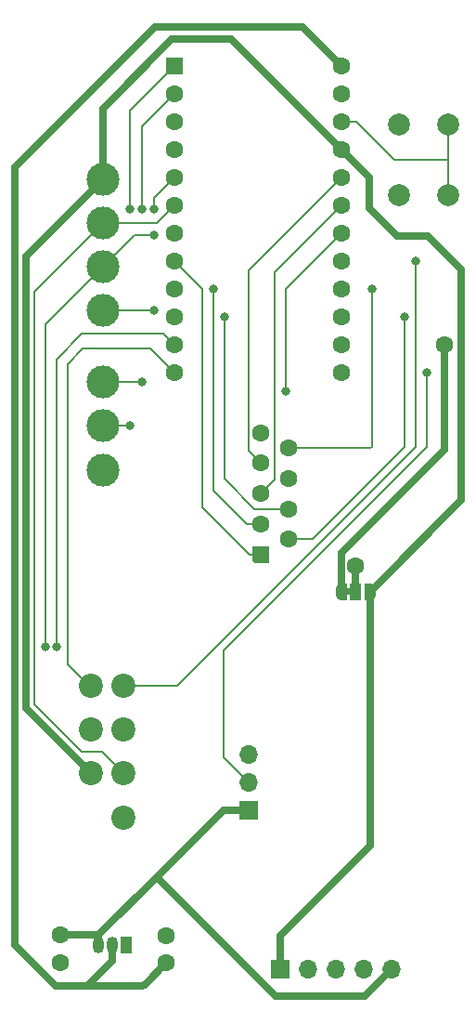
<source format=gbr>
%TF.GenerationSoftware,KiCad,Pcbnew,(7.0.0-0)*%
%TF.CreationDate,2023-05-15T11:59:49-04:00*%
%TF.ProjectId,4dapter,34646170-7465-4722-9e6b-696361645f70,rev?*%
%TF.SameCoordinates,Original*%
%TF.FileFunction,Copper,L1,Top*%
%TF.FilePolarity,Positive*%
%FSLAX46Y46*%
G04 Gerber Fmt 4.6, Leading zero omitted, Abs format (unit mm)*
G04 Created by KiCad (PCBNEW (7.0.0-0)) date 2023-05-15 11:59:49*
%MOMM*%
%LPD*%
G01*
G04 APERTURE LIST*
G04 Aperture macros list*
%AMOutline5P*
0 Free polygon, 5 corners , with rotation*
0 The origin of the aperture is its center*
0 number of corners: always 5*
0 $1 to $10 corner X, Y*
0 $11 Rotation angle, in degrees counterclockwise*
0 create outline with 5 corners*
4,1,5,$1,$2,$3,$4,$5,$6,$7,$8,$9,$10,$1,$2,$11*%
%AMOutline6P*
0 Free polygon, 6 corners , with rotation*
0 The origin of the aperture is its center*
0 number of corners: always 6*
0 $1 to $12 corner X, Y*
0 $13 Rotation angle, in degrees counterclockwise*
0 create outline with 6 corners*
4,1,6,$1,$2,$3,$4,$5,$6,$7,$8,$9,$10,$11,$12,$1,$2,$13*%
%AMOutline7P*
0 Free polygon, 7 corners , with rotation*
0 The origin of the aperture is its center*
0 number of corners: always 7*
0 $1 to $14 corner X, Y*
0 $15 Rotation angle, in degrees counterclockwise*
0 create outline with 7 corners*
4,1,7,$1,$2,$3,$4,$5,$6,$7,$8,$9,$10,$11,$12,$13,$14,$1,$2,$15*%
%AMOutline8P*
0 Free polygon, 8 corners , with rotation*
0 The origin of the aperture is its center*
0 number of corners: always 8*
0 $1 to $16 corner X, Y*
0 $17 Rotation angle, in degrees counterclockwise*
0 create outline with 8 corners*
4,1,8,$1,$2,$3,$4,$5,$6,$7,$8,$9,$10,$11,$12,$13,$14,$15,$16,$1,$2,$17*%
%AMFreePoly0*
4,1,19,0.550000,-0.750000,0.000000,-0.750000,0.000000,-0.744911,-0.071157,-0.744911,-0.207708,-0.704816,-0.327430,-0.627875,-0.420627,-0.520320,-0.479746,-0.390866,-0.500000,-0.250000,-0.500000,0.250000,-0.479746,0.390866,-0.420627,0.520320,-0.327430,0.627875,-0.207708,0.704816,-0.071157,0.744911,0.000000,0.744911,0.000000,0.750000,0.550000,0.750000,0.550000,-0.750000,0.550000,-0.750000,
$1*%
%AMFreePoly1*
4,1,19,0.000000,0.744911,0.071157,0.744911,0.207708,0.704816,0.327430,0.627875,0.420627,0.520320,0.479746,0.390866,0.500000,0.250000,0.500000,-0.250000,0.479746,-0.390866,0.420627,-0.520320,0.327430,-0.627875,0.207708,-0.704816,0.071157,-0.744911,0.000000,-0.744911,0.000000,-0.750000,-0.550000,-0.750000,-0.550000,0.750000,0.000000,0.750000,0.000000,0.744911,0.000000,0.744911,
$1*%
G04 Aperture macros list end*
%TA.AperFunction,ComponentPad*%
%ADD10R,1.600000X1.600000*%
%TD*%
%TA.AperFunction,ComponentPad*%
%ADD11C,1.600000*%
%TD*%
%TA.AperFunction,ComponentPad*%
%ADD12C,2.200000*%
%TD*%
%TA.AperFunction,ComponentPad*%
%ADD13C,2.000000*%
%TD*%
%TA.AperFunction,SMDPad,CuDef*%
%ADD14FreePoly0,0.000000*%
%TD*%
%TA.AperFunction,SMDPad,CuDef*%
%ADD15R,1.000000X1.500000*%
%TD*%
%TA.AperFunction,SMDPad,CuDef*%
%ADD16FreePoly1,0.000000*%
%TD*%
%TA.AperFunction,ComponentPad*%
%ADD17R,1.700000X1.700000*%
%TD*%
%TA.AperFunction,ComponentPad*%
%ADD18O,1.700000X1.700000*%
%TD*%
%TA.AperFunction,ComponentPad*%
%ADD19C,3.000000*%
%TD*%
%TA.AperFunction,ComponentPad*%
%ADD20R,1.050000X1.500000*%
%TD*%
%TA.AperFunction,ComponentPad*%
%ADD21O,1.050000X1.500000*%
%TD*%
%TA.AperFunction,ComponentPad*%
%ADD22Outline5P,-0.800000X0.480000X-0.480000X0.800000X0.800000X0.800000X0.800000X-0.800000X-0.800000X-0.800000X90.000000*%
%TD*%
%TA.AperFunction,ViaPad*%
%ADD23C,0.800000*%
%TD*%
%TA.AperFunction,ViaPad*%
%ADD24C,1.600000*%
%TD*%
%TA.AperFunction,Conductor*%
%ADD25C,0.200000*%
%TD*%
%TA.AperFunction,Conductor*%
%ADD26C,0.635000*%
%TD*%
G04 APERTURE END LIST*
%TO.C,JP1*%
G36*
X137847600Y-102601800D02*
G01*
X137347600Y-102601800D01*
X137347600Y-102001800D01*
X137847600Y-102001800D01*
X137847600Y-102601800D01*
G37*
%TD*%
D10*
%TO.P,U1,1,TX*%
%TO.N,Net-(U1-TX)*%
X121691399Y-54381399D03*
D11*
%TO.P,U1,2,RX*%
%TO.N,Net-(U1-RX)*%
X121691400Y-56921400D03*
%TO.P,U1,3,GND*%
%TO.N,GND*%
X121691400Y-59461400D03*
%TO.P,U1,4,GND*%
X121691400Y-62001400D03*
%TO.P,U1,5,SDA(2)*%
%TO.N,Net-(J1-LATCH)*%
X121691400Y-64541400D03*
%TO.P,U1,6,SCL(3)*%
%TO.N,Net-(J1-CLK)*%
X121691400Y-67081400D03*
%TO.P,U1,7,D4(4)*%
%TO.N,Net-(J4-Pin_2)*%
X121691400Y-69621400D03*
%TO.P,U1,8,C6(5)*%
%TO.N,Net-(U1-C6(5))*%
X121691400Y-72161400D03*
%TO.P,U1,9,D7(6)*%
%TO.N,Net-(U1-D7(6))*%
X121691400Y-74701400D03*
%TO.P,U1,10,E6(7)*%
%TO.N,Net-(U1-E6(7))*%
X121691400Y-77241400D03*
%TO.P,U1,11,B4(8)*%
%TO.N,Net-(J1-DATA3)*%
X121691400Y-79781400D03*
%TO.P,U1,12,B5(9)*%
%TO.N,Net-(J1-DATA4)*%
X121691400Y-82321400D03*
%TO.P,U1,13,(10)B6*%
%TO.N,Net-(U1-(10)B6)*%
X136931400Y-82321400D03*
%TO.P,U1,14,(16)B2*%
%TO.N,Net-(JP1-A)*%
X136931400Y-79781400D03*
%TO.P,U1,15,(14)B3*%
%TO.N,Net-(U1-(14)B3)*%
X136931400Y-77241400D03*
%TO.P,U1,16,(15)B1*%
%TO.N,Net-(U1-(15)B1)*%
X136931400Y-74701400D03*
%TO.P,U1,17,(A0)F7*%
%TO.N,Net-(J1-DATA)*%
X136931400Y-72161400D03*
%TO.P,U1,18,(A1)F6*%
%TO.N,Net-(U1-(A1)F6)*%
X136931400Y-69621400D03*
%TO.P,U1,19,(A2)F5*%
%TO.N,Net-(U1-(A2)F5)*%
X136931400Y-67081400D03*
%TO.P,U1,20,(A3)F4*%
%TO.N,Net-(U1-(A3)F4)*%
X136931400Y-64541400D03*
%TO.P,U1,21,VCC*%
%TO.N,Net-(J1-VCC)*%
X136931400Y-62001400D03*
%TO.P,U1,22,RST*%
%TO.N,Net-(U1-RST)*%
X136931400Y-59461400D03*
%TO.P,U1,23,GND*%
%TO.N,GND*%
X136931400Y-56921400D03*
%TO.P,U1,24,RAW*%
%TO.N,Net-(U1-RAW)*%
X136931400Y-54381400D03*
%TD*%
D12*
%TO.P,J1,1,GND*%
%TO.N,GND*%
X117043200Y-122845600D03*
%TO.P,J1,2,CLK*%
%TO.N,Net-(J1-CLK)*%
X117043200Y-118845600D03*
%TO.P,J1,3,LATCH*%
%TO.N,Net-(J1-LATCH)*%
X117043200Y-114845600D03*
%TO.P,J1,4,DATA*%
%TO.N,Net-(J1-DATA)*%
X117043200Y-110845600D03*
%TO.P,J1,5,DATA4*%
%TO.N,Net-(J1-DATA4)*%
X114043200Y-110845600D03*
%TO.P,J1,6,DATA3*%
%TO.N,Net-(J1-DATA3)*%
X114043200Y-114845600D03*
%TO.P,J1,7,VCC*%
%TO.N,Net-(J1-VCC)*%
X114043200Y-118845600D03*
%TD*%
D13*
%TO.P,RESET,1,1*%
%TO.N,GND*%
X142159600Y-66192400D03*
X142159600Y-59692400D03*
%TO.P,RESET,2,2*%
%TO.N,Net-(U1-RST)*%
X146659600Y-66192400D03*
X146659600Y-59692400D03*
%TD*%
D11*
%TO.P,C2,1*%
%TO.N,Net-(J4-Pin_5)*%
X111277400Y-133559400D03*
%TO.P,C2,2*%
%TO.N,GND*%
X111277400Y-136059400D03*
%TD*%
D14*
%TO.P,JP1,1,A*%
%TO.N,Net-(JP1-A)*%
X136947600Y-102301800D03*
D15*
%TO.P,JP1,2,C*%
%TO.N,Net-(JP1-C)*%
X138247599Y-102301799D03*
D16*
%TO.P,JP1,3,B*%
%TO.N,Net-(J1-VCC)*%
X139547600Y-102301800D03*
%TD*%
D17*
%TO.P,U3,1,3V3*%
%TO.N,Net-(J4-Pin_5)*%
X128469399Y-122173999D03*
D18*
%TO.P,U3,2,DATA*%
%TO.N,Net-(U1-(10)B6)*%
X128469399Y-119633999D03*
%TO.P,U3,3,GND*%
%TO.N,GND*%
X128469399Y-117093999D03*
%TD*%
D11*
%TO.P,C1,1*%
%TO.N,Net-(U1-RAW)*%
X120980200Y-136129400D03*
%TO.P,C1,2*%
%TO.N,GND*%
X120980200Y-133629400D03*
%TD*%
D19*
%TO.P,U4,1,VCC*%
%TO.N,Net-(J1-VCC)*%
X115156200Y-64694400D03*
%TO.P,U4,2,CLOCK*%
%TO.N,Net-(J1-CLK)*%
X115156200Y-68694400D03*
%TO.P,U4,3,LATCH*%
%TO.N,Net-(J1-LATCH)*%
X115156200Y-72694400D03*
%TO.P,U4,4,DATA*%
%TO.N,Net-(U1-(A1)F6)*%
X115156200Y-76694400D03*
%TO.P,U4,5,DATA2*%
%TO.N,Net-(U1-RX)*%
X115156200Y-83194400D03*
%TO.P,U4,6,DATA3*%
%TO.N,Net-(U1-TX)*%
X115156200Y-87194400D03*
%TO.P,U4,7,GND*%
%TO.N,GND*%
X115156200Y-91194400D03*
%TD*%
D20*
%TO.P,U2,1,GND*%
%TO.N,GND*%
X117317199Y-134519399D03*
D21*
%TO.P,U2,2,VI*%
%TO.N,Net-(U1-RAW)*%
X116047199Y-134519399D03*
%TO.P,U2,3,VO*%
%TO.N,Net-(J4-Pin_5)*%
X114777199Y-134519399D03*
%TD*%
D22*
%TO.P,J3,1,1*%
%TO.N,Net-(U1-C6(5))*%
X129547199Y-98892699D03*
D11*
%TO.P,J3,2,2*%
%TO.N,Net-(U1-D7(6))*%
X129547200Y-96122700D03*
%TO.P,J3,3,3*%
%TO.N,Net-(U1-(A2)F5)*%
X129547200Y-93352700D03*
%TO.P,J3,4,4*%
%TO.N,Net-(U1-(A3)F4)*%
X129547200Y-90582700D03*
%TO.P,J3,5,5*%
%TO.N,Net-(JP1-C)*%
X129547200Y-87812700D03*
%TO.P,J3,6,6*%
%TO.N,Net-(U1-(14)B3)*%
X132087200Y-97507700D03*
%TO.P,J3,7,7*%
%TO.N,Net-(U1-E6(7))*%
X132087200Y-94737700D03*
%TO.P,J3,8,8*%
%TO.N,GND*%
X132087200Y-91967700D03*
%TO.P,J3,9,9*%
%TO.N,Net-(U1-(15)B1)*%
X132087200Y-89197700D03*
%TD*%
D17*
%TO.P,J4,1,Pin_1*%
%TO.N,Net-(J1-VCC)*%
X131343399Y-136702799D03*
D18*
%TO.P,J4,2,Pin_2*%
%TO.N,Net-(J4-Pin_2)*%
X133883399Y-136702799D03*
%TO.P,J4,3,Pin_3*%
%TO.N,GND*%
X136423399Y-136702799D03*
%TO.P,J4,4,Pin_4*%
X138963399Y-136702799D03*
%TO.P,J4,5,Pin_5*%
%TO.N,Net-(J4-Pin_5)*%
X141503399Y-136702799D03*
%TD*%
D23*
%TO.N,Net-(J1-LATCH)*%
X119811800Y-67462400D03*
X109922733Y-107289600D03*
X119811800Y-69824600D03*
%TO.N,Net-(J1-DATA)*%
X143725400Y-72161400D03*
%TO.N,Net-(J1-DATA3)*%
X110930266Y-107289600D03*
%TO.N,Net-(U1-D7(6))*%
X125256800Y-74701400D03*
%TO.N,Net-(U1-(14)B3)*%
X142725400Y-77241400D03*
%TO.N,Net-(U1-E6(7))*%
X126256800Y-77241400D03*
%TO.N,Net-(U1-(15)B1)*%
X139725400Y-74701400D03*
%TO.N,Net-(U1-TX)*%
X117602000Y-67462400D03*
X117602000Y-87194400D03*
%TO.N,Net-(U1-RX)*%
X118706900Y-67462400D03*
X118706900Y-83194400D03*
%TO.N,Net-(U1-(10)B6)*%
X144725400Y-82321400D03*
%TO.N,Net-(U1-(A1)F6)*%
X131835400Y-84010500D03*
X119811800Y-76694400D03*
D24*
%TO.N,Net-(JP1-C)*%
X138247600Y-99923600D03*
%TO.N,Net-(JP1-A)*%
X146304000Y-79781400D03*
%TD*%
D25*
%TO.N,Net-(J1-CLK)*%
X113233200Y-116916200D02*
X115113800Y-116916200D01*
X108915200Y-112598200D02*
X108915200Y-74935400D01*
X120078400Y-68694400D02*
X115156200Y-68694400D01*
X113233200Y-116916200D02*
X108915200Y-112598200D01*
X121691400Y-67081400D02*
X120078400Y-68694400D01*
X117043200Y-118845600D02*
X115113800Y-116916200D01*
X108915200Y-74935400D02*
X115156200Y-68694400D01*
%TO.N,Net-(J1-LATCH)*%
X109922733Y-107289600D02*
X109922733Y-77927867D01*
X119811800Y-66421000D02*
X119811800Y-67462400D01*
X118026000Y-69824600D02*
X119811800Y-69824600D01*
X115156200Y-72694400D02*
X118026000Y-69824600D01*
X109922733Y-77927867D02*
X115156200Y-72694400D01*
X121691400Y-64541400D02*
X119811800Y-66421000D01*
%TO.N,Net-(J1-DATA)*%
X117043200Y-110845600D02*
X121954800Y-110845600D01*
X143725400Y-89075000D02*
X121954800Y-110845600D01*
X143725400Y-72161400D02*
X143725400Y-89075000D01*
%TO.N,Net-(J1-DATA4)*%
X111937800Y-81534000D02*
X111937800Y-108890000D01*
X121691400Y-82321400D02*
X119507000Y-80137000D01*
X119507000Y-80137000D02*
X113334800Y-80137000D01*
X113334800Y-80137000D02*
X111937800Y-81534000D01*
X111937800Y-108890000D02*
X113997000Y-110949200D01*
%TO.N,Net-(J1-DATA3)*%
X110930266Y-81119134D02*
X110930266Y-107289600D01*
X120726200Y-78816200D02*
X121691400Y-79781400D01*
X110930266Y-81119134D02*
X113233200Y-78816200D01*
X113233200Y-78816200D02*
X120726200Y-78816200D01*
%TO.N,Net-(U1-C6(5))*%
X129547200Y-98892700D02*
X128577673Y-98892700D01*
X124256800Y-94571827D02*
X124256800Y-74726800D01*
X124256800Y-74726800D02*
X121691400Y-72161400D01*
X128577673Y-98892700D02*
X124256800Y-94571827D01*
%TO.N,Net-(U1-D7(6))*%
X125256800Y-93049600D02*
X128329900Y-96122700D01*
X125256800Y-74701400D02*
X125256800Y-93049600D01*
X128329900Y-96122700D02*
X129547200Y-96122700D01*
%TO.N,Net-(U1-(A2)F5)*%
X130835400Y-73177400D02*
X136931400Y-67081400D01*
X129547200Y-93352700D02*
X130835400Y-92064500D01*
X130835400Y-92064500D02*
X130835400Y-73177400D01*
%TO.N,Net-(U1-(A3)F4)*%
X128447200Y-89482700D02*
X128447200Y-73025600D01*
X129547200Y-90582700D02*
X128447200Y-89482700D01*
X128447200Y-73025600D02*
X136931400Y-64541400D01*
%TO.N,Net-(U1-(14)B3)*%
X134292700Y-97507700D02*
X132087200Y-97507700D01*
X142725400Y-89075000D02*
X134292700Y-97507700D01*
X142725400Y-77241400D02*
X142725400Y-89075000D01*
%TO.N,Net-(U1-E6(7))*%
X128976900Y-94737700D02*
X126256800Y-92017600D01*
X126256800Y-92017600D02*
X126256800Y-77241400D01*
X132087200Y-94737700D02*
X128976900Y-94737700D01*
%TO.N,Net-(U1-(15)B1)*%
X139725400Y-74701400D02*
X139725400Y-89075000D01*
X139602700Y-89197700D02*
X139725400Y-89075000D01*
X132087200Y-89197700D02*
X139602700Y-89197700D01*
%TO.N,Net-(U1-TX)*%
X121691400Y-54381400D02*
X117602000Y-58470800D01*
X115156200Y-87194400D02*
X117602000Y-87194400D01*
X117602000Y-58470800D02*
X117602000Y-67462400D01*
%TO.N,Net-(U1-RX)*%
X118706900Y-59905900D02*
X118706900Y-67462400D01*
X121691400Y-56921400D02*
X118706900Y-59905900D01*
X115156200Y-83194400D02*
X118706900Y-83194400D01*
D26*
%TO.N,Net-(J4-Pin_5)*%
X114777200Y-134519400D02*
X114777200Y-133584400D01*
X130937000Y-139141200D02*
X120091400Y-128295600D01*
X120066000Y-128295600D02*
X114777200Y-133584400D01*
X139065000Y-139141200D02*
X130937000Y-139141200D01*
X120091400Y-128295600D02*
X120066000Y-128295600D01*
X128469400Y-122174000D02*
X126213000Y-122174000D01*
X141503400Y-136702800D02*
X139065000Y-139141200D01*
X114752200Y-133559400D02*
X114777200Y-133584400D01*
X126213000Y-122174000D02*
X120091400Y-128295600D01*
X111277400Y-133559400D02*
X114752200Y-133559400D01*
D25*
%TO.N,Net-(U1-(10)B6)*%
X126196600Y-117361200D02*
X126196600Y-107603800D01*
X128469400Y-119634000D02*
X126196600Y-117361200D01*
X144725400Y-89075000D02*
X126196600Y-107603800D01*
X144725400Y-82321400D02*
X144725400Y-89075000D01*
%TO.N,Net-(U1-(A1)F6)*%
X136931400Y-69621400D02*
X131835400Y-74717400D01*
X131835400Y-74717400D02*
X131835400Y-84010500D01*
X119811800Y-76694400D02*
X115156200Y-76694400D01*
D26*
%TO.N,Net-(U1-RAW)*%
X107137200Y-134518400D02*
X107137200Y-63652400D01*
X113741200Y-138252200D02*
X116047200Y-135946200D01*
X118872000Y-138150600D02*
X118959000Y-138150600D01*
X133426200Y-50876200D02*
X136931400Y-54381400D01*
X113741200Y-138252200D02*
X118770400Y-138252200D01*
X116047200Y-135559400D02*
X116047200Y-134519400D01*
X119913400Y-50876200D02*
X133426200Y-50876200D01*
X116047200Y-135946200D02*
X116047200Y-134519400D01*
X118959000Y-138150600D02*
X120980200Y-136129400D01*
X118770400Y-138252200D02*
X118872000Y-138150600D01*
X113741200Y-138252200D02*
X110871000Y-138252200D01*
X110871000Y-138252200D02*
X107137200Y-134518400D01*
X107137200Y-63652400D02*
X119913400Y-50876200D01*
%TO.N,Net-(J1-VCC)*%
X131343400Y-133654800D02*
X131343400Y-136702800D01*
X147904200Y-93945200D02*
X139547600Y-102301800D01*
X139547600Y-125450600D02*
X131343400Y-133654800D01*
X126898400Y-51968400D02*
X121469400Y-51968400D01*
X142036800Y-69926200D02*
X144856200Y-69926200D01*
X121469400Y-51968400D02*
X115156200Y-58281600D01*
X114043200Y-118845600D02*
X108134950Y-112937350D01*
X136931400Y-62001400D02*
X139471400Y-64541400D01*
X115156200Y-64694400D02*
X108134950Y-71715650D01*
X115156200Y-58281600D02*
X115156200Y-64694400D01*
X136931400Y-62001400D02*
X126898400Y-51968400D01*
X147904200Y-72974200D02*
X147904200Y-93945200D01*
X139471400Y-67360800D02*
X142036800Y-69926200D01*
X144856200Y-69926200D02*
X147904200Y-72974200D01*
X139471400Y-64541400D02*
X139471400Y-67360800D01*
X108134950Y-71715650D02*
X108134950Y-112937350D01*
X139547600Y-102301800D02*
X139547600Y-125450600D01*
D25*
%TO.N,Net-(U1-RST)*%
X146659600Y-66192400D02*
X146659600Y-59692400D01*
X141783999Y-62942399D02*
X138303000Y-59461400D01*
X138303000Y-59461400D02*
X136931400Y-59461400D01*
X146659600Y-62942399D02*
X141783999Y-62942399D01*
D26*
%TO.N,Net-(JP1-C)*%
X138247600Y-102301800D02*
X138247600Y-99923600D01*
%TO.N,Net-(JP1-A)*%
X146304000Y-89382600D02*
X146304000Y-79781400D01*
X136930100Y-98756500D02*
X146304000Y-89382600D01*
X136930100Y-102284300D02*
X136930100Y-98756500D01*
%TD*%
M02*

</source>
